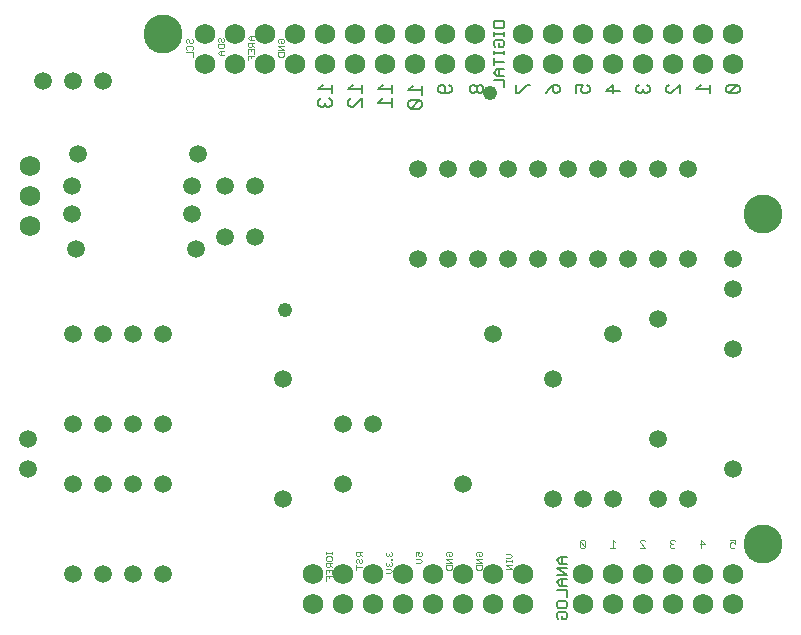
<source format=gbs>
G75*
G70*
%OFA0B0*%
%FSLAX24Y24*%
%IPPOS*%
%LPD*%
%AMOC8*
5,1,8,0,0,1.08239X$1,22.5*
%
%ADD10C,0.0050*%
%ADD11C,0.0060*%
%ADD12C,0.0040*%
%ADD13C,0.0030*%
%ADD14C,0.1300*%
%ADD15C,0.0690*%
%ADD16C,0.0594*%
%ADD17C,0.0479*%
D10*
X021811Y000708D02*
X021811Y000825D01*
X021869Y000883D01*
X022103Y000883D01*
X022161Y000825D01*
X022161Y000708D01*
X022103Y000650D01*
X021986Y000650D01*
X021986Y000767D01*
X021869Y000650D02*
X021811Y000708D01*
X021869Y001018D02*
X021811Y001077D01*
X021811Y001193D01*
X021869Y001252D01*
X022103Y001252D01*
X022161Y001193D01*
X022161Y001077D01*
X022103Y001018D01*
X021869Y001018D01*
X022161Y001387D02*
X022161Y001620D01*
X021811Y001620D01*
X021928Y001755D02*
X022161Y001755D01*
X021986Y001755D02*
X021986Y001988D01*
X021928Y001988D02*
X021811Y001872D01*
X021928Y001755D01*
X021928Y001988D02*
X022161Y001988D01*
X022161Y002123D02*
X021811Y002123D01*
X021811Y002357D02*
X022161Y002123D01*
X022161Y002357D02*
X021811Y002357D01*
X021928Y002491D02*
X022161Y002491D01*
X021986Y002491D02*
X021986Y002725D01*
X021928Y002725D02*
X021811Y002608D01*
X021928Y002491D01*
X021928Y002725D02*
X022161Y002725D01*
X020061Y018377D02*
X020061Y018611D01*
X019711Y018611D01*
X019828Y018745D02*
X020061Y018745D01*
X019886Y018745D02*
X019886Y018979D01*
X019828Y018979D02*
X019711Y018862D01*
X019828Y018745D01*
X019828Y018979D02*
X020061Y018979D01*
X020061Y019231D02*
X019711Y019231D01*
X019711Y019347D02*
X019711Y019114D01*
X019711Y019476D02*
X019711Y019593D01*
X019711Y019534D02*
X020061Y019534D01*
X020061Y019476D02*
X020061Y019593D01*
X020003Y019728D02*
X019886Y019728D01*
X019886Y019844D01*
X019769Y019728D02*
X019711Y019786D01*
X019711Y019903D01*
X019769Y019961D01*
X020003Y019961D01*
X020061Y019903D01*
X020061Y019786D01*
X020003Y019728D01*
X020061Y020090D02*
X020061Y020207D01*
X020061Y020148D02*
X019711Y020148D01*
X019711Y020090D02*
X019711Y020207D01*
X019769Y020341D02*
X019711Y020400D01*
X019711Y020575D01*
X020061Y020575D01*
X020061Y020400D01*
X020003Y020341D01*
X019769Y020341D01*
D11*
X019283Y018470D02*
X019210Y018470D01*
X019136Y018397D01*
X019136Y018250D01*
X019210Y018176D01*
X019283Y018176D01*
X019356Y018250D01*
X019356Y018397D01*
X019283Y018470D01*
X019136Y018397D02*
X019063Y018470D01*
X018989Y018470D01*
X018916Y018397D01*
X018916Y018250D01*
X018989Y018176D01*
X019063Y018176D01*
X019136Y018250D01*
X018306Y018250D02*
X018233Y018176D01*
X017939Y018176D01*
X017866Y018250D01*
X017866Y018397D01*
X017939Y018470D01*
X018013Y018470D01*
X018086Y018397D01*
X018086Y018176D01*
X018306Y018250D02*
X018306Y018397D01*
X018233Y018470D01*
X017306Y018420D02*
X017306Y018126D01*
X017306Y018273D02*
X016866Y018273D01*
X017013Y018420D01*
X016939Y017960D02*
X016866Y017886D01*
X016866Y017739D01*
X016939Y017666D01*
X017233Y017960D01*
X017306Y017886D01*
X017306Y017739D01*
X017233Y017666D01*
X016939Y017666D01*
X016939Y017960D02*
X017233Y017960D01*
X016306Y018010D02*
X016306Y017716D01*
X016306Y017863D02*
X015866Y017863D01*
X016013Y018010D01*
X016306Y018176D02*
X016306Y018470D01*
X016306Y018323D02*
X015866Y018323D01*
X016013Y018470D01*
X015306Y018470D02*
X015306Y018176D01*
X015306Y018323D02*
X014866Y018323D01*
X015013Y018470D01*
X014939Y018010D02*
X014866Y017936D01*
X014866Y017789D01*
X014939Y017716D01*
X015013Y017716D01*
X015306Y018010D01*
X015306Y017716D01*
X014306Y017789D02*
X014306Y017936D01*
X014233Y018010D01*
X014306Y018176D02*
X014306Y018470D01*
X014306Y018323D02*
X013866Y018323D01*
X014013Y018470D01*
X013939Y018010D02*
X013866Y017936D01*
X013866Y017789D01*
X013939Y017716D01*
X014013Y017716D01*
X014086Y017789D01*
X014160Y017716D01*
X014233Y017716D01*
X014306Y017789D01*
X014086Y017789D02*
X014086Y017863D01*
X020466Y018176D02*
X020539Y018176D01*
X020833Y018470D01*
X020906Y018470D01*
X021466Y018176D02*
X021539Y018323D01*
X021686Y018470D01*
X021686Y018250D01*
X021760Y018176D01*
X021833Y018176D01*
X021906Y018250D01*
X021906Y018397D01*
X021833Y018470D01*
X021686Y018470D01*
X022466Y018470D02*
X022466Y018176D01*
X022613Y018250D02*
X022686Y018176D01*
X022833Y018176D01*
X022906Y018250D01*
X022906Y018397D01*
X022833Y018470D01*
X022686Y018470D02*
X022613Y018323D01*
X022613Y018250D01*
X022686Y018470D02*
X022466Y018470D01*
X023466Y018250D02*
X023686Y018470D01*
X023686Y018176D01*
X023906Y018250D02*
X023466Y018250D01*
X024466Y018250D02*
X024539Y018176D01*
X024613Y018176D01*
X024686Y018250D01*
X024760Y018176D01*
X024833Y018176D01*
X024906Y018250D01*
X024906Y018397D01*
X024833Y018470D01*
X024686Y018323D02*
X024686Y018250D01*
X024466Y018250D02*
X024466Y018397D01*
X024539Y018470D01*
X025466Y018397D02*
X025466Y018250D01*
X025539Y018176D01*
X025613Y018176D01*
X025906Y018470D01*
X025906Y018176D01*
X025539Y018470D02*
X025466Y018397D01*
X026466Y018323D02*
X026906Y018323D01*
X026906Y018470D02*
X026906Y018176D01*
X026613Y018470D02*
X026466Y018323D01*
X027466Y018250D02*
X027539Y018176D01*
X027833Y018470D01*
X027906Y018397D01*
X027906Y018250D01*
X027833Y018176D01*
X027539Y018176D01*
X027466Y018250D02*
X027466Y018397D01*
X027539Y018470D01*
X027833Y018470D01*
X020466Y018470D02*
X020466Y018176D01*
D12*
X022626Y003300D02*
X022579Y003254D01*
X022766Y003067D01*
X022720Y003020D01*
X022626Y003020D01*
X022579Y003067D01*
X022579Y003254D01*
X022626Y003300D02*
X022720Y003300D01*
X022766Y003254D01*
X022766Y003067D01*
X023579Y003020D02*
X023766Y003020D01*
X023673Y003020D02*
X023673Y003300D01*
X023766Y003207D01*
X024579Y003207D02*
X024579Y003254D01*
X024626Y003300D01*
X024720Y003300D01*
X024766Y003254D01*
X024579Y003207D02*
X024766Y003020D01*
X024579Y003020D01*
X025579Y003067D02*
X025626Y003020D01*
X025720Y003020D01*
X025766Y003067D01*
X025673Y003160D02*
X025626Y003160D01*
X025579Y003113D01*
X025579Y003067D01*
X025626Y003160D02*
X025579Y003207D01*
X025579Y003254D01*
X025626Y003300D01*
X025720Y003300D01*
X025766Y003254D01*
X026579Y003160D02*
X026766Y003160D01*
X026626Y003300D01*
X026626Y003020D01*
X027579Y003067D02*
X027626Y003020D01*
X027720Y003020D01*
X027766Y003067D01*
X027766Y003160D02*
X027673Y003207D01*
X027626Y003207D01*
X027579Y003160D01*
X027579Y003067D01*
X027766Y003160D02*
X027766Y003300D01*
X027579Y003300D01*
D13*
X020321Y002765D02*
X020251Y002695D01*
X020111Y002695D01*
X020111Y002614D02*
X020111Y002544D01*
X020111Y002579D02*
X020321Y002579D01*
X020321Y002614D02*
X020321Y002544D01*
X020321Y002467D02*
X020111Y002467D01*
X020321Y002327D01*
X020111Y002327D01*
X020321Y002765D02*
X020251Y002835D01*
X020111Y002835D01*
X019321Y002850D02*
X019321Y002780D01*
X019286Y002745D01*
X019216Y002745D01*
X019216Y002815D01*
X019146Y002885D02*
X019286Y002885D01*
X019321Y002850D01*
X019146Y002885D02*
X019111Y002850D01*
X019111Y002780D01*
X019146Y002745D01*
X019111Y002664D02*
X019321Y002524D01*
X019111Y002524D01*
X019111Y002443D02*
X019111Y002338D01*
X019146Y002303D01*
X019286Y002303D01*
X019321Y002338D01*
X019321Y002443D01*
X019111Y002443D01*
X019111Y002664D02*
X019321Y002664D01*
X018321Y002664D02*
X018111Y002664D01*
X018321Y002524D01*
X018111Y002524D01*
X018111Y002443D02*
X018111Y002338D01*
X018146Y002303D01*
X018286Y002303D01*
X018321Y002338D01*
X018321Y002443D01*
X018111Y002443D01*
X018146Y002745D02*
X018111Y002780D01*
X018111Y002850D01*
X018146Y002885D01*
X018286Y002885D01*
X018321Y002850D01*
X018321Y002780D01*
X018286Y002745D01*
X018216Y002745D01*
X018216Y002815D01*
X017321Y002850D02*
X017286Y002885D01*
X017321Y002850D02*
X017321Y002780D01*
X017286Y002745D01*
X017216Y002745D01*
X017181Y002780D01*
X017181Y002815D01*
X017216Y002885D01*
X017111Y002885D01*
X017111Y002745D01*
X017111Y002664D02*
X017251Y002664D01*
X017321Y002594D01*
X017251Y002524D01*
X017111Y002524D01*
X016321Y002518D02*
X016286Y002554D01*
X016321Y002518D02*
X016321Y002448D01*
X016286Y002413D01*
X016251Y002413D01*
X016216Y002448D01*
X016216Y002483D01*
X016216Y002448D02*
X016181Y002413D01*
X016146Y002413D01*
X016111Y002448D01*
X016111Y002518D01*
X016146Y002554D01*
X016286Y002629D02*
X016321Y002629D01*
X016321Y002664D01*
X016286Y002664D01*
X016286Y002629D01*
X016286Y002745D02*
X016321Y002780D01*
X016321Y002850D01*
X016286Y002885D01*
X016216Y002815D02*
X016216Y002780D01*
X016251Y002745D01*
X016286Y002745D01*
X016216Y002780D02*
X016181Y002745D01*
X016146Y002745D01*
X016111Y002780D01*
X016111Y002850D01*
X016146Y002885D01*
X016111Y002333D02*
X016251Y002333D01*
X016321Y002262D01*
X016251Y002192D01*
X016111Y002192D01*
X015321Y002373D02*
X015111Y002373D01*
X015111Y002443D02*
X015111Y002303D01*
X015146Y002524D02*
X015111Y002559D01*
X015111Y002629D01*
X015146Y002664D01*
X015181Y002664D01*
X015216Y002629D01*
X015216Y002559D01*
X015251Y002524D01*
X015286Y002524D01*
X015321Y002559D01*
X015321Y002629D01*
X015286Y002664D01*
X015321Y002745D02*
X015251Y002815D01*
X015251Y002780D02*
X015251Y002885D01*
X015321Y002885D02*
X015111Y002885D01*
X015111Y002780D01*
X015146Y002745D01*
X015216Y002745D01*
X015251Y002780D01*
X014321Y002815D02*
X014321Y002885D01*
X014321Y002850D02*
X014111Y002850D01*
X014111Y002885D02*
X014111Y002815D01*
X014146Y002738D02*
X014286Y002738D01*
X014321Y002703D01*
X014321Y002633D01*
X014286Y002598D01*
X014146Y002598D01*
X014111Y002633D01*
X014111Y002703D01*
X014146Y002738D01*
X014111Y002517D02*
X014111Y002412D01*
X014146Y002377D01*
X014216Y002377D01*
X014251Y002412D01*
X014251Y002517D01*
X014321Y002517D02*
X014111Y002517D01*
X014251Y002447D02*
X014321Y002377D01*
X014321Y002296D02*
X014321Y002156D01*
X014321Y002075D02*
X014111Y002075D01*
X014111Y001935D01*
X014216Y002005D02*
X014216Y002075D01*
X014111Y002156D02*
X014111Y002296D01*
X014321Y002296D01*
X014216Y002296D02*
X014216Y002226D01*
X011511Y019282D02*
X011511Y019422D01*
X011721Y019422D01*
X011721Y019503D02*
X011721Y019643D01*
X011511Y019643D01*
X011511Y019503D01*
X011616Y019573D02*
X011616Y019643D01*
X011616Y019724D02*
X011651Y019759D01*
X011651Y019864D01*
X011651Y019794D02*
X011721Y019724D01*
X011616Y019724D02*
X011546Y019724D01*
X011511Y019759D01*
X011511Y019864D01*
X011721Y019864D01*
X011721Y019945D02*
X011581Y019945D01*
X011511Y020015D01*
X011581Y020085D01*
X011721Y020085D01*
X011616Y020085D02*
X011616Y019945D01*
X011616Y019422D02*
X011616Y019352D01*
X012511Y019438D02*
X012511Y019543D01*
X012721Y019543D01*
X012721Y019438D01*
X012686Y019403D01*
X012546Y019403D01*
X012511Y019438D01*
X012511Y019624D02*
X012721Y019624D01*
X012511Y019764D01*
X012721Y019764D01*
X012686Y019845D02*
X012616Y019845D01*
X012616Y019915D01*
X012546Y019985D02*
X012686Y019985D01*
X012721Y019950D01*
X012721Y019880D01*
X012686Y019845D01*
X012546Y019845D02*
X012511Y019880D01*
X012511Y019950D01*
X012546Y019985D01*
X010721Y020000D02*
X010686Y020035D01*
X010721Y020000D02*
X010721Y019930D01*
X010686Y019895D01*
X010651Y019895D01*
X010616Y019930D01*
X010616Y020000D01*
X010581Y020035D01*
X010546Y020035D01*
X010511Y020000D01*
X010511Y019930D01*
X010546Y019895D01*
X010511Y019814D02*
X010511Y019709D01*
X010546Y019674D01*
X010686Y019674D01*
X010721Y019709D01*
X010721Y019814D01*
X010511Y019814D01*
X010581Y019593D02*
X010511Y019523D01*
X010581Y019453D01*
X010721Y019453D01*
X010616Y019453D02*
X010616Y019593D01*
X010581Y019593D02*
X010721Y019593D01*
X009671Y019543D02*
X009671Y019403D01*
X009671Y019543D02*
X009461Y019543D01*
X009496Y019624D02*
X009461Y019659D01*
X009461Y019729D01*
X009496Y019764D01*
X009636Y019764D01*
X009671Y019729D01*
X009671Y019659D01*
X009636Y019624D01*
X009636Y019845D02*
X009671Y019880D01*
X009671Y019950D01*
X009636Y019985D01*
X009566Y019950D02*
X009566Y019880D01*
X009601Y019845D01*
X009636Y019845D01*
X009566Y019950D02*
X009531Y019985D01*
X009496Y019985D01*
X009461Y019950D01*
X009461Y019880D01*
X009496Y019845D01*
D14*
X008686Y020150D03*
X028686Y014150D03*
X028686Y003150D03*
D15*
X027686Y002150D03*
X026686Y002150D03*
X025686Y002150D03*
X024686Y002150D03*
X023686Y002150D03*
X022686Y002150D03*
X022686Y001150D03*
X023686Y001150D03*
X024686Y001150D03*
X025686Y001150D03*
X026686Y001150D03*
X027686Y001150D03*
X020686Y001150D03*
X019686Y001150D03*
X018686Y001150D03*
X017686Y001150D03*
X016686Y001150D03*
X015686Y001150D03*
X014686Y001150D03*
X013686Y001150D03*
X013686Y002150D03*
X014686Y002150D03*
X015686Y002150D03*
X016686Y002150D03*
X017686Y002150D03*
X018686Y002150D03*
X019686Y002150D03*
X020686Y002150D03*
X004236Y013750D03*
X004236Y014750D03*
X004236Y015750D03*
X010086Y019150D03*
X011086Y019150D03*
X012086Y019150D03*
X013086Y019150D03*
X014086Y019150D03*
X015086Y019150D03*
X016086Y019150D03*
X017086Y019150D03*
X018086Y019150D03*
X019086Y019150D03*
X019086Y020150D03*
X018086Y020150D03*
X017086Y020150D03*
X016086Y020150D03*
X015086Y020150D03*
X014086Y020150D03*
X013086Y020150D03*
X012086Y020150D03*
X011086Y020150D03*
X010086Y020150D03*
X020686Y020150D03*
X021686Y020150D03*
X022686Y020150D03*
X023686Y020150D03*
X024686Y020150D03*
X025686Y020150D03*
X026686Y020150D03*
X027686Y020150D03*
X027686Y019150D03*
X026686Y019150D03*
X025686Y019150D03*
X024686Y019150D03*
X023686Y019150D03*
X022686Y019150D03*
X021686Y019150D03*
X020686Y019150D03*
D16*
X005686Y002150D03*
X006686Y002150D03*
X007686Y002150D03*
X008686Y002150D03*
X012686Y004650D03*
X014686Y005150D03*
X014686Y007150D03*
X015686Y007150D03*
X012686Y008650D03*
X008686Y007150D03*
X007686Y007150D03*
X006686Y007150D03*
X005686Y007150D03*
X004186Y006650D03*
X004186Y005650D03*
X005686Y005150D03*
X006686Y005150D03*
X007686Y005150D03*
X008686Y005150D03*
X008686Y010150D03*
X007686Y010150D03*
X006686Y010150D03*
X005686Y010150D03*
X005786Y013000D03*
X005636Y014150D03*
X005636Y015100D03*
X005836Y016150D03*
X005686Y018600D03*
X006686Y018600D03*
X004686Y018600D03*
X009836Y016150D03*
X009636Y015100D03*
X010736Y015100D03*
X011736Y015100D03*
X009636Y014150D03*
X010736Y013400D03*
X009786Y013000D03*
X011736Y013400D03*
X017186Y012650D03*
X018186Y012650D03*
X019186Y012650D03*
X020186Y012650D03*
X021186Y012650D03*
X022186Y012650D03*
X023186Y012650D03*
X024186Y012650D03*
X025186Y012650D03*
X026186Y012650D03*
X027686Y012650D03*
X027686Y011650D03*
X025186Y010650D03*
X023686Y010150D03*
X021686Y008650D03*
X019686Y010150D03*
X025186Y006650D03*
X027686Y005650D03*
X026186Y004650D03*
X025186Y004650D03*
X023686Y004650D03*
X022686Y004650D03*
X021686Y004650D03*
X018686Y005150D03*
X027686Y009650D03*
X026186Y015650D03*
X025186Y015650D03*
X024186Y015650D03*
X023186Y015650D03*
X022186Y015650D03*
X021186Y015650D03*
X020186Y015650D03*
X019186Y015650D03*
X018186Y015650D03*
X017186Y015650D03*
D17*
X019574Y018183D03*
X012758Y010956D03*
M02*

</source>
